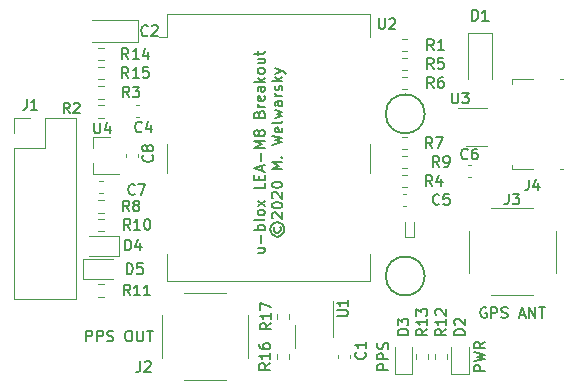
<source format=gto>
G04 #@! TF.GenerationSoftware,KiCad,Pcbnew,5.1.8-5.1.8*
G04 #@! TF.CreationDate,2020-12-15T19:44:39+01:00*
G04 #@! TF.ProjectId,ublox-breakout,75626c6f-782d-4627-9265-616b6f75742e,rev?*
G04 #@! TF.SameCoordinates,PX71f6ce0PY7cfd120*
G04 #@! TF.FileFunction,Legend,Top*
G04 #@! TF.FilePolarity,Positive*
%FSLAX46Y46*%
G04 Gerber Fmt 4.6, Leading zero omitted, Abs format (unit mm)*
G04 Created by KiCad (PCBNEW 5.1.8-5.1.8) date 2020-12-15 19:44:39*
%MOMM*%
%LPD*%
G01*
G04 APERTURE LIST*
%ADD10C,0.150000*%
%ADD11C,0.200000*%
%ADD12C,0.120000*%
%ADD13R,0.600000X0.450000*%
%ADD14R,0.250000X0.360000*%
%ADD15R,0.450000X1.450000*%
%ADD16C,2.250000*%
%ADD17C,2.050000*%
%ADD18R,0.900000X0.800000*%
%ADD19R,1.200000X0.900000*%
%ADD20R,1.900000X1.000000*%
%ADD21R,1.900000X1.800000*%
%ADD22R,1.300000X1.650000*%
%ADD23R,1.550000X1.425000*%
%ADD24R,1.380000X0.450000*%
%ADD25C,0.700000*%
%ADD26C,4.400000*%
%ADD27O,1.700000X1.700000*%
%ADD28R,1.700000X1.700000*%
%ADD29R,1.060000X0.650000*%
G04 APERTURE END LIST*
D10*
X6757142Y4492858D02*
X6757142Y5392858D01*
X7100000Y5392858D01*
X7185714Y5350000D01*
X7228571Y5307143D01*
X7271428Y5221429D01*
X7271428Y5092858D01*
X7228571Y5007143D01*
X7185714Y4964286D01*
X7100000Y4921429D01*
X6757142Y4921429D01*
X7657142Y4492858D02*
X7657142Y5392858D01*
X8000000Y5392858D01*
X8085714Y5350000D01*
X8128571Y5307143D01*
X8171428Y5221429D01*
X8171428Y5092858D01*
X8128571Y5007143D01*
X8085714Y4964286D01*
X8000000Y4921429D01*
X7657142Y4921429D01*
X8514285Y4535715D02*
X8642857Y4492858D01*
X8857142Y4492858D01*
X8942857Y4535715D01*
X8985714Y4578572D01*
X9028571Y4664286D01*
X9028571Y4750000D01*
X8985714Y4835715D01*
X8942857Y4878572D01*
X8857142Y4921429D01*
X8685714Y4964286D01*
X8600000Y5007143D01*
X8557142Y5050000D01*
X8514285Y5135715D01*
X8514285Y5221429D01*
X8557142Y5307143D01*
X8600000Y5350000D01*
X8685714Y5392858D01*
X8900000Y5392858D01*
X9028571Y5350000D01*
X10271428Y5392858D02*
X10442857Y5392858D01*
X10528571Y5350000D01*
X10614285Y5264286D01*
X10657142Y5092858D01*
X10657142Y4792858D01*
X10614285Y4621429D01*
X10528571Y4535715D01*
X10442857Y4492858D01*
X10271428Y4492858D01*
X10185714Y4535715D01*
X10100000Y4621429D01*
X10057142Y4792858D01*
X10057142Y5092858D01*
X10100000Y5264286D01*
X10185714Y5350000D01*
X10271428Y5392858D01*
X11042857Y5392858D02*
X11042857Y4664286D01*
X11085714Y4578572D01*
X11128571Y4535715D01*
X11214285Y4492858D01*
X11385714Y4492858D01*
X11471428Y4535715D01*
X11514285Y4578572D01*
X11557142Y4664286D01*
X11557142Y5392858D01*
X11857142Y5392858D02*
X12371428Y5392858D01*
X12114285Y4492858D02*
X12114285Y5392858D01*
X40614285Y7350000D02*
X40528571Y7392858D01*
X40400000Y7392858D01*
X40271428Y7350000D01*
X40185714Y7264286D01*
X40142857Y7178572D01*
X40100000Y7007143D01*
X40100000Y6878572D01*
X40142857Y6707143D01*
X40185714Y6621429D01*
X40271428Y6535715D01*
X40400000Y6492858D01*
X40485714Y6492858D01*
X40614285Y6535715D01*
X40657142Y6578572D01*
X40657142Y6878572D01*
X40485714Y6878572D01*
X41042857Y6492858D02*
X41042857Y7392858D01*
X41385714Y7392858D01*
X41471428Y7350000D01*
X41514285Y7307143D01*
X41557142Y7221429D01*
X41557142Y7092858D01*
X41514285Y7007143D01*
X41471428Y6964286D01*
X41385714Y6921429D01*
X41042857Y6921429D01*
X41900000Y6535715D02*
X42028571Y6492858D01*
X42242857Y6492858D01*
X42328571Y6535715D01*
X42371428Y6578572D01*
X42414285Y6664286D01*
X42414285Y6750000D01*
X42371428Y6835715D01*
X42328571Y6878572D01*
X42242857Y6921429D01*
X42071428Y6964286D01*
X41985714Y7007143D01*
X41942857Y7050000D01*
X41900000Y7135715D01*
X41900000Y7221429D01*
X41942857Y7307143D01*
X41985714Y7350000D01*
X42071428Y7392858D01*
X42285714Y7392858D01*
X42414285Y7350000D01*
X43442857Y6750000D02*
X43871428Y6750000D01*
X43357142Y6492858D02*
X43657142Y7392858D01*
X43957142Y6492858D01*
X44257142Y6492858D02*
X44257142Y7392858D01*
X44771428Y6492858D01*
X44771428Y7392858D01*
X45071428Y7392858D02*
X45585714Y7392858D01*
X45328571Y6492858D02*
X45328571Y7392858D01*
X40507142Y2000000D02*
X39607142Y2000000D01*
X39607142Y2342858D01*
X39650000Y2428572D01*
X39692857Y2471429D01*
X39778571Y2514286D01*
X39907142Y2514286D01*
X39992857Y2471429D01*
X40035714Y2428572D01*
X40078571Y2342858D01*
X40078571Y2000000D01*
X39607142Y2814286D02*
X40507142Y3028572D01*
X39864285Y3200000D01*
X40507142Y3371429D01*
X39607142Y3585715D01*
X40507142Y4442858D02*
X40078571Y4142858D01*
X40507142Y3928572D02*
X39607142Y3928572D01*
X39607142Y4271429D01*
X39650000Y4357143D01*
X39692857Y4400000D01*
X39778571Y4442858D01*
X39907142Y4442858D01*
X39992857Y4400000D01*
X40035714Y4357143D01*
X40078571Y4271429D01*
X40078571Y3928572D01*
X32307142Y2085715D02*
X31407142Y2085715D01*
X31407142Y2428572D01*
X31450000Y2514286D01*
X31492857Y2557143D01*
X31578571Y2600000D01*
X31707142Y2600000D01*
X31792857Y2557143D01*
X31835714Y2514286D01*
X31878571Y2428572D01*
X31878571Y2085715D01*
X32307142Y2985715D02*
X31407142Y2985715D01*
X31407142Y3328572D01*
X31450000Y3414286D01*
X31492857Y3457143D01*
X31578571Y3500000D01*
X31707142Y3500000D01*
X31792857Y3457143D01*
X31835714Y3414286D01*
X31878571Y3328572D01*
X31878571Y2985715D01*
X32264285Y3842858D02*
X32307142Y3971429D01*
X32307142Y4185715D01*
X32264285Y4271429D01*
X32221428Y4314286D01*
X32135714Y4357143D01*
X32050000Y4357143D01*
X31964285Y4314286D01*
X31921428Y4271429D01*
X31878571Y4185715D01*
X31835714Y4014286D01*
X31792857Y3928572D01*
X31750000Y3885715D01*
X31664285Y3842858D01*
X31578571Y3842858D01*
X31492857Y3885715D01*
X31450000Y3928572D01*
X31407142Y4014286D01*
X31407142Y4228572D01*
X31450000Y4357143D01*
D11*
X35400000Y10025000D02*
G75*
G03*
X35400000Y10025000I-1650000J0D01*
G01*
X35400000Y23750000D02*
G75*
G03*
X35400000Y23750000I-1650000J0D01*
G01*
D10*
X21257142Y12381429D02*
X21857142Y12381429D01*
X21257142Y11995715D02*
X21728571Y11995715D01*
X21814285Y12038572D01*
X21857142Y12124286D01*
X21857142Y12252858D01*
X21814285Y12338572D01*
X21771428Y12381429D01*
X21514285Y12810000D02*
X21514285Y13495715D01*
X21857142Y13924286D02*
X20957142Y13924286D01*
X21300000Y13924286D02*
X21257142Y14010000D01*
X21257142Y14181429D01*
X21300000Y14267143D01*
X21342857Y14310000D01*
X21428571Y14352858D01*
X21685714Y14352858D01*
X21771428Y14310000D01*
X21814285Y14267143D01*
X21857142Y14181429D01*
X21857142Y14010000D01*
X21814285Y13924286D01*
X21857142Y14867143D02*
X21814285Y14781429D01*
X21728571Y14738572D01*
X20957142Y14738572D01*
X21857142Y15338572D02*
X21814285Y15252858D01*
X21771428Y15210000D01*
X21685714Y15167143D01*
X21428571Y15167143D01*
X21342857Y15210000D01*
X21300000Y15252858D01*
X21257142Y15338572D01*
X21257142Y15467143D01*
X21300000Y15552858D01*
X21342857Y15595715D01*
X21428571Y15638572D01*
X21685714Y15638572D01*
X21771428Y15595715D01*
X21814285Y15552858D01*
X21857142Y15467143D01*
X21857142Y15338572D01*
X21857142Y15938572D02*
X21257142Y16410000D01*
X21257142Y15938572D02*
X21857142Y16410000D01*
X21857142Y17867143D02*
X21857142Y17438572D01*
X20957142Y17438572D01*
X21385714Y18167143D02*
X21385714Y18467143D01*
X21857142Y18595715D02*
X21857142Y18167143D01*
X20957142Y18167143D01*
X20957142Y18595715D01*
X21600000Y18938572D02*
X21600000Y19367143D01*
X21857142Y18852858D02*
X20957142Y19152858D01*
X21857142Y19452858D01*
X21514285Y19752858D02*
X21514285Y20438572D01*
X21857142Y20867143D02*
X20957142Y20867143D01*
X21600000Y21167143D01*
X20957142Y21467143D01*
X21857142Y21467143D01*
X21342857Y22024286D02*
X21300000Y21938572D01*
X21257142Y21895715D01*
X21171428Y21852858D01*
X21128571Y21852858D01*
X21042857Y21895715D01*
X21000000Y21938572D01*
X20957142Y22024286D01*
X20957142Y22195715D01*
X21000000Y22281429D01*
X21042857Y22324286D01*
X21128571Y22367143D01*
X21171428Y22367143D01*
X21257142Y22324286D01*
X21300000Y22281429D01*
X21342857Y22195715D01*
X21342857Y22024286D01*
X21385714Y21938572D01*
X21428571Y21895715D01*
X21514285Y21852858D01*
X21685714Y21852858D01*
X21771428Y21895715D01*
X21814285Y21938572D01*
X21857142Y22024286D01*
X21857142Y22195715D01*
X21814285Y22281429D01*
X21771428Y22324286D01*
X21685714Y22367143D01*
X21514285Y22367143D01*
X21428571Y22324286D01*
X21385714Y22281429D01*
X21342857Y22195715D01*
X21385714Y23738572D02*
X21428571Y23867143D01*
X21471428Y23910000D01*
X21557142Y23952858D01*
X21685714Y23952858D01*
X21771428Y23910000D01*
X21814285Y23867143D01*
X21857142Y23781429D01*
X21857142Y23438572D01*
X20957142Y23438572D01*
X20957142Y23738572D01*
X21000000Y23824286D01*
X21042857Y23867143D01*
X21128571Y23910000D01*
X21214285Y23910000D01*
X21300000Y23867143D01*
X21342857Y23824286D01*
X21385714Y23738572D01*
X21385714Y23438572D01*
X21857142Y24338572D02*
X21257142Y24338572D01*
X21428571Y24338572D02*
X21342857Y24381429D01*
X21300000Y24424286D01*
X21257142Y24510000D01*
X21257142Y24595715D01*
X21814285Y25238572D02*
X21857142Y25152858D01*
X21857142Y24981429D01*
X21814285Y24895715D01*
X21728571Y24852858D01*
X21385714Y24852858D01*
X21300000Y24895715D01*
X21257142Y24981429D01*
X21257142Y25152858D01*
X21300000Y25238572D01*
X21385714Y25281429D01*
X21471428Y25281429D01*
X21557142Y24852858D01*
X21857142Y26052858D02*
X21385714Y26052858D01*
X21300000Y26010000D01*
X21257142Y25924286D01*
X21257142Y25752858D01*
X21300000Y25667143D01*
X21814285Y26052858D02*
X21857142Y25967143D01*
X21857142Y25752858D01*
X21814285Y25667143D01*
X21728571Y25624286D01*
X21642857Y25624286D01*
X21557142Y25667143D01*
X21514285Y25752858D01*
X21514285Y25967143D01*
X21471428Y26052858D01*
X21857142Y26481429D02*
X20957142Y26481429D01*
X21514285Y26567143D02*
X21857142Y26824286D01*
X21257142Y26824286D02*
X21600000Y26481429D01*
X21857142Y27338572D02*
X21814285Y27252858D01*
X21771428Y27210000D01*
X21685714Y27167143D01*
X21428571Y27167143D01*
X21342857Y27210000D01*
X21300000Y27252858D01*
X21257142Y27338572D01*
X21257142Y27467143D01*
X21300000Y27552858D01*
X21342857Y27595715D01*
X21428571Y27638572D01*
X21685714Y27638572D01*
X21771428Y27595715D01*
X21814285Y27552858D01*
X21857142Y27467143D01*
X21857142Y27338572D01*
X21257142Y28410000D02*
X21857142Y28410000D01*
X21257142Y28024286D02*
X21728571Y28024286D01*
X21814285Y28067143D01*
X21857142Y28152858D01*
X21857142Y28281429D01*
X21814285Y28367143D01*
X21771428Y28410000D01*
X21257142Y28710000D02*
X21257142Y29052858D01*
X20957142Y28838572D02*
X21728571Y28838572D01*
X21814285Y28881429D01*
X21857142Y28967143D01*
X21857142Y29052858D01*
X22671428Y14138572D02*
X22628571Y14052858D01*
X22628571Y13881429D01*
X22671428Y13795715D01*
X22757142Y13710000D01*
X22842857Y13667143D01*
X23014285Y13667143D01*
X23100000Y13710000D01*
X23185714Y13795715D01*
X23228571Y13881429D01*
X23228571Y14052858D01*
X23185714Y14138572D01*
X22328571Y13967143D02*
X22371428Y13752858D01*
X22500000Y13538572D01*
X22714285Y13410000D01*
X22928571Y13367143D01*
X23142857Y13410000D01*
X23357142Y13538572D01*
X23485714Y13752858D01*
X23528571Y13967143D01*
X23485714Y14181429D01*
X23357142Y14395715D01*
X23142857Y14524286D01*
X22928571Y14567143D01*
X22714285Y14524286D01*
X22500000Y14395715D01*
X22371428Y14181429D01*
X22328571Y13967143D01*
X22542857Y14910000D02*
X22500000Y14952858D01*
X22457142Y15038572D01*
X22457142Y15252858D01*
X22500000Y15338572D01*
X22542857Y15381429D01*
X22628571Y15424286D01*
X22714285Y15424286D01*
X22842857Y15381429D01*
X23357142Y14867143D01*
X23357142Y15424286D01*
X22457142Y15981429D02*
X22457142Y16067143D01*
X22500000Y16152858D01*
X22542857Y16195715D01*
X22628571Y16238572D01*
X22800000Y16281429D01*
X23014285Y16281429D01*
X23185714Y16238572D01*
X23271428Y16195715D01*
X23314285Y16152858D01*
X23357142Y16067143D01*
X23357142Y15981429D01*
X23314285Y15895715D01*
X23271428Y15852858D01*
X23185714Y15810000D01*
X23014285Y15767143D01*
X22800000Y15767143D01*
X22628571Y15810000D01*
X22542857Y15852858D01*
X22500000Y15895715D01*
X22457142Y15981429D01*
X22542857Y16624286D02*
X22500000Y16667143D01*
X22457142Y16752858D01*
X22457142Y16967143D01*
X22500000Y17052858D01*
X22542857Y17095715D01*
X22628571Y17138572D01*
X22714285Y17138572D01*
X22842857Y17095715D01*
X23357142Y16581429D01*
X23357142Y17138572D01*
X22457142Y17695715D02*
X22457142Y17781429D01*
X22500000Y17867143D01*
X22542857Y17910000D01*
X22628571Y17952858D01*
X22800000Y17995715D01*
X23014285Y17995715D01*
X23185714Y17952858D01*
X23271428Y17910000D01*
X23314285Y17867143D01*
X23357142Y17781429D01*
X23357142Y17695715D01*
X23314285Y17610000D01*
X23271428Y17567143D01*
X23185714Y17524286D01*
X23014285Y17481429D01*
X22800000Y17481429D01*
X22628571Y17524286D01*
X22542857Y17567143D01*
X22500000Y17610000D01*
X22457142Y17695715D01*
X23357142Y19067143D02*
X22457142Y19067143D01*
X23100000Y19367143D01*
X22457142Y19667143D01*
X23357142Y19667143D01*
X23271428Y20095715D02*
X23314285Y20138572D01*
X23357142Y20095715D01*
X23314285Y20052858D01*
X23271428Y20095715D01*
X23357142Y20095715D01*
X22457142Y21124286D02*
X23357142Y21338572D01*
X22714285Y21510000D01*
X23357142Y21681429D01*
X22457142Y21895715D01*
X23314285Y22581429D02*
X23357142Y22495715D01*
X23357142Y22324286D01*
X23314285Y22238572D01*
X23228571Y22195715D01*
X22885714Y22195715D01*
X22800000Y22238572D01*
X22757142Y22324286D01*
X22757142Y22495715D01*
X22800000Y22581429D01*
X22885714Y22624286D01*
X22971428Y22624286D01*
X23057142Y22195715D01*
X23357142Y23138572D02*
X23314285Y23052858D01*
X23228571Y23010000D01*
X22457142Y23010000D01*
X22757142Y23395715D02*
X23357142Y23567143D01*
X22928571Y23738572D01*
X23357142Y23910000D01*
X22757142Y24081429D01*
X23357142Y24810000D02*
X22885714Y24810000D01*
X22800000Y24767143D01*
X22757142Y24681429D01*
X22757142Y24510000D01*
X22800000Y24424286D01*
X23314285Y24810000D02*
X23357142Y24724286D01*
X23357142Y24510000D01*
X23314285Y24424286D01*
X23228571Y24381429D01*
X23142857Y24381429D01*
X23057142Y24424286D01*
X23014285Y24510000D01*
X23014285Y24724286D01*
X22971428Y24810000D01*
X23357142Y25238572D02*
X22757142Y25238572D01*
X22928571Y25238572D02*
X22842857Y25281429D01*
X22800000Y25324286D01*
X22757142Y25410000D01*
X22757142Y25495715D01*
X23314285Y25752858D02*
X23357142Y25838572D01*
X23357142Y26010000D01*
X23314285Y26095715D01*
X23228571Y26138572D01*
X23185714Y26138572D01*
X23100000Y26095715D01*
X23057142Y26010000D01*
X23057142Y25881429D01*
X23014285Y25795715D01*
X22928571Y25752858D01*
X22885714Y25752858D01*
X22800000Y25795715D01*
X22757142Y25881429D01*
X22757142Y26010000D01*
X22800000Y26095715D01*
X23357142Y26524286D02*
X22457142Y26524286D01*
X23014285Y26610000D02*
X23357142Y26867143D01*
X22757142Y26867143D02*
X23100000Y26524286D01*
X22757142Y27167143D02*
X23357142Y27381429D01*
X22757142Y27595715D02*
X23357142Y27381429D01*
X23571428Y27295715D01*
X23614285Y27252858D01*
X23657142Y27167143D01*
D12*
X7200000Y29815000D02*
X11110000Y29815000D01*
X11110000Y29815000D02*
X11110000Y31685000D01*
X11110000Y31685000D02*
X7200000Y31685000D01*
X6500000Y11450000D02*
X9050000Y11450000D01*
X6500000Y9750000D02*
X9050000Y9750000D01*
X6500000Y11450000D02*
X6500000Y9750000D01*
X33700000Y13300000D02*
X34500000Y13300000D01*
X33700000Y14600000D02*
X33700000Y13300000D01*
X34500000Y14600000D02*
X34500000Y13300000D01*
X28090000Y3340580D02*
X28090000Y3059420D01*
X29110000Y3340580D02*
X29110000Y3059420D01*
X27620000Y4900000D02*
X27620000Y7900000D01*
X24380000Y3900000D02*
X24380000Y5900000D01*
X23922500Y6362742D02*
X23922500Y6837258D01*
X22877500Y6362742D02*
X22877500Y6837258D01*
X22877500Y3437258D02*
X22877500Y2962742D01*
X23922500Y3437258D02*
X23922500Y2962742D01*
X18600000Y1220000D02*
X15000000Y1220000D01*
X18600000Y8580000D02*
X15000000Y8580000D01*
X13120000Y3100000D02*
X13120000Y6700000D01*
X20480000Y3100000D02*
X20480000Y6700000D01*
X8237258Y29322500D02*
X7762742Y29322500D01*
X8237258Y28277500D02*
X7762742Y28277500D01*
X9500000Y11750000D02*
X6950000Y11750000D01*
X9500000Y13450000D02*
X6950000Y13450000D01*
X9500000Y11750000D02*
X9500000Y13450000D01*
X8237258Y27722500D02*
X7762742Y27722500D01*
X8237258Y26677500D02*
X7762742Y26677500D01*
X33937258Y20182500D02*
X33462742Y20182500D01*
X33937258Y19137500D02*
X33462742Y19137500D01*
X33462742Y20737500D02*
X33937258Y20737500D01*
X33462742Y21782500D02*
X33937258Y21782500D01*
X33462742Y17537500D02*
X33937258Y17537500D01*
X33462742Y18582500D02*
X33937258Y18582500D01*
X33559420Y15950000D02*
X33840580Y15950000D01*
X33559420Y16970000D02*
X33840580Y16970000D01*
X7340000Y21780000D02*
X8800000Y21780000D01*
X7340000Y18620000D02*
X9500000Y18620000D01*
X7340000Y18620000D02*
X7340000Y19550000D01*
X7340000Y21780000D02*
X7340000Y20850000D01*
X10090000Y20340580D02*
X10090000Y20059420D01*
X11110000Y20340580D02*
X11110000Y20059420D01*
X7859420Y17090000D02*
X8140580Y17090000D01*
X7859420Y18110000D02*
X8140580Y18110000D01*
X34335000Y1715000D02*
X34335000Y4000000D01*
X32865000Y1715000D02*
X34335000Y1715000D01*
X32865000Y4000000D02*
X32865000Y1715000D01*
X39135000Y1715000D02*
X39135000Y4000000D01*
X37665000Y1715000D02*
X39135000Y1715000D01*
X37665000Y4000000D02*
X37665000Y1715000D01*
X41100000Y30610000D02*
X41100000Y26710000D01*
X39100000Y30610000D02*
X39100000Y26710000D01*
X41100000Y30610000D02*
X39100000Y30610000D01*
X39340580Y19410000D02*
X39059420Y19410000D01*
X39340580Y18390000D02*
X39059420Y18390000D01*
X47100000Y19050000D02*
X46840000Y19050000D01*
X44560000Y19050000D02*
X42790000Y19050000D01*
X42790000Y19050000D02*
X42790000Y19430000D01*
X42790000Y26670000D02*
X44560000Y26670000D01*
X46840000Y26670000D02*
X47100000Y26670000D01*
X42790000Y26670000D02*
X42790000Y26290000D01*
X35722500Y2962742D02*
X35722500Y3437258D01*
X34677500Y2962742D02*
X34677500Y3437258D01*
X37322500Y2962742D02*
X37322500Y3437258D01*
X36277500Y2962742D02*
X36277500Y3437258D01*
X7762742Y8277500D02*
X8237258Y8277500D01*
X7762742Y9322500D02*
X8237258Y9322500D01*
X7762742Y13837500D02*
X8237258Y13837500D01*
X7762742Y14882500D02*
X8237258Y14882500D01*
X7762742Y15377500D02*
X8237258Y15377500D01*
X7762742Y16422500D02*
X8237258Y16422500D01*
X670000Y23430000D02*
X2000000Y23430000D01*
X670000Y22100000D02*
X670000Y23430000D01*
X3270000Y23430000D02*
X5870000Y23430000D01*
X3270000Y20830000D02*
X3270000Y23430000D01*
X670000Y20830000D02*
X3270000Y20830000D01*
X5870000Y23430000D02*
X5870000Y8070000D01*
X670000Y20830000D02*
X670000Y8070000D01*
X670000Y8070000D02*
X5870000Y8070000D01*
X33937258Y26882500D02*
X33462742Y26882500D01*
X33937258Y25837500D02*
X33462742Y25837500D01*
X33937258Y28482500D02*
X33462742Y28482500D01*
X33937258Y27437500D02*
X33462742Y27437500D01*
X7762742Y25037500D02*
X8237258Y25037500D01*
X7762742Y26082500D02*
X8237258Y26082500D01*
X7762742Y23437500D02*
X8237258Y23437500D01*
X7762742Y24482500D02*
X8237258Y24482500D01*
X33462742Y29037500D02*
X33937258Y29037500D01*
X33462742Y30082500D02*
X33937258Y30082500D01*
X11240580Y24510000D02*
X10959420Y24510000D01*
X11240580Y23490000D02*
X10959420Y23490000D01*
X12900000Y30220000D02*
X13590000Y30220000D01*
X13590000Y32220000D02*
X13590000Y30220000D01*
X13590000Y21200000D02*
X13590000Y18720000D01*
X30810000Y11900000D02*
X30810000Y9600000D01*
X13590000Y9600000D02*
X30810000Y9600000D01*
X13590000Y11900000D02*
X13590000Y9600000D01*
X30810000Y21200000D02*
X30810000Y18720000D01*
X13590000Y32220000D02*
X30810000Y32220000D01*
X30810000Y32220000D02*
X30810000Y30220000D01*
X41000000Y15740000D02*
X44600000Y15740000D01*
X41000000Y8380000D02*
X44600000Y8380000D01*
X46480000Y13860000D02*
X46480000Y10260000D01*
X39120000Y13860000D02*
X39120000Y10260000D01*
X40700000Y24270000D02*
X38250000Y24270000D01*
X38900000Y21050000D02*
X40700000Y21050000D01*
D10*
X11950000Y30428572D02*
X11907142Y30385715D01*
X11778571Y30342858D01*
X11692857Y30342858D01*
X11564285Y30385715D01*
X11478571Y30471429D01*
X11435714Y30557143D01*
X11392857Y30728572D01*
X11392857Y30857143D01*
X11435714Y31028572D01*
X11478571Y31114286D01*
X11564285Y31200000D01*
X11692857Y31242858D01*
X11778571Y31242858D01*
X11907142Y31200000D01*
X11950000Y31157143D01*
X12292857Y31157143D02*
X12335714Y31200000D01*
X12421428Y31242858D01*
X12635714Y31242858D01*
X12721428Y31200000D01*
X12764285Y31157143D01*
X12807142Y31071429D01*
X12807142Y30985715D01*
X12764285Y30857143D01*
X12250000Y30342858D01*
X12807142Y30342858D01*
X10185714Y10192858D02*
X10185714Y11092858D01*
X10400000Y11092858D01*
X10528571Y11050000D01*
X10614285Y10964286D01*
X10657142Y10878572D01*
X10700000Y10707143D01*
X10700000Y10578572D01*
X10657142Y10407143D01*
X10614285Y10321429D01*
X10528571Y10235715D01*
X10400000Y10192858D01*
X10185714Y10192858D01*
X11514285Y11092858D02*
X11085714Y11092858D01*
X11042857Y10664286D01*
X11085714Y10707143D01*
X11171428Y10750000D01*
X11385714Y10750000D01*
X11471428Y10707143D01*
X11514285Y10664286D01*
X11557142Y10578572D01*
X11557142Y10364286D01*
X11514285Y10278572D01*
X11471428Y10235715D01*
X11385714Y10192858D01*
X11171428Y10192858D01*
X11085714Y10235715D01*
X11042857Y10278572D01*
X30321428Y3550000D02*
X30364285Y3507143D01*
X30407142Y3378572D01*
X30407142Y3292858D01*
X30364285Y3164286D01*
X30278571Y3078572D01*
X30192857Y3035715D01*
X30021428Y2992858D01*
X29892857Y2992858D01*
X29721428Y3035715D01*
X29635714Y3078572D01*
X29550000Y3164286D01*
X29507142Y3292858D01*
X29507142Y3378572D01*
X29550000Y3507143D01*
X29592857Y3550000D01*
X30407142Y4407143D02*
X30407142Y3892858D01*
X30407142Y4150000D02*
X29507142Y4150000D01*
X29635714Y4064286D01*
X29721428Y3978572D01*
X29764285Y3892858D01*
X28007142Y6614286D02*
X28735714Y6614286D01*
X28821428Y6657143D01*
X28864285Y6700000D01*
X28907142Y6785715D01*
X28907142Y6957143D01*
X28864285Y7042858D01*
X28821428Y7085715D01*
X28735714Y7128572D01*
X28007142Y7128572D01*
X28907142Y8028572D02*
X28907142Y7514286D01*
X28907142Y7771429D02*
X28007142Y7771429D01*
X28135714Y7685715D01*
X28221428Y7600000D01*
X28264285Y7514286D01*
X22377142Y6021429D02*
X21948571Y5721429D01*
X22377142Y5507143D02*
X21477142Y5507143D01*
X21477142Y5850000D01*
X21520000Y5935715D01*
X21562857Y5978572D01*
X21648571Y6021429D01*
X21777142Y6021429D01*
X21862857Y5978572D01*
X21905714Y5935715D01*
X21948571Y5850000D01*
X21948571Y5507143D01*
X22377142Y6878572D02*
X22377142Y6364286D01*
X22377142Y6621429D02*
X21477142Y6621429D01*
X21605714Y6535715D01*
X21691428Y6450000D01*
X21734285Y6364286D01*
X21477142Y7178572D02*
X21477142Y7778572D01*
X22377142Y7392858D01*
X22307142Y2621429D02*
X21878571Y2321429D01*
X22307142Y2107143D02*
X21407142Y2107143D01*
X21407142Y2450000D01*
X21450000Y2535715D01*
X21492857Y2578572D01*
X21578571Y2621429D01*
X21707142Y2621429D01*
X21792857Y2578572D01*
X21835714Y2535715D01*
X21878571Y2450000D01*
X21878571Y2107143D01*
X22307142Y3478572D02*
X22307142Y2964286D01*
X22307142Y3221429D02*
X21407142Y3221429D01*
X21535714Y3135715D01*
X21621428Y3050000D01*
X21664285Y2964286D01*
X21407142Y4250000D02*
X21407142Y4078572D01*
X21450000Y3992858D01*
X21492857Y3950000D01*
X21621428Y3864286D01*
X21792857Y3821429D01*
X22135714Y3821429D01*
X22221428Y3864286D01*
X22264285Y3907143D01*
X22307142Y3992858D01*
X22307142Y4164286D01*
X22264285Y4250000D01*
X22221428Y4292858D01*
X22135714Y4335715D01*
X21921428Y4335715D01*
X21835714Y4292858D01*
X21792857Y4250000D01*
X21750000Y4164286D01*
X21750000Y3992858D01*
X21792857Y3907143D01*
X21835714Y3864286D01*
X21921428Y3821429D01*
X11300000Y2792858D02*
X11300000Y2150000D01*
X11257142Y2021429D01*
X11171428Y1935715D01*
X11042857Y1892858D01*
X10957142Y1892858D01*
X11685714Y2707143D02*
X11728571Y2750000D01*
X11814285Y2792858D01*
X12028571Y2792858D01*
X12114285Y2750000D01*
X12157142Y2707143D01*
X12200000Y2621429D01*
X12200000Y2535715D01*
X12157142Y2407143D01*
X11642857Y1892858D01*
X12200000Y1892858D01*
X10321428Y28392858D02*
X10021428Y28821429D01*
X9807142Y28392858D02*
X9807142Y29292858D01*
X10150000Y29292858D01*
X10235714Y29250000D01*
X10278571Y29207143D01*
X10321428Y29121429D01*
X10321428Y28992858D01*
X10278571Y28907143D01*
X10235714Y28864286D01*
X10150000Y28821429D01*
X9807142Y28821429D01*
X11178571Y28392858D02*
X10664285Y28392858D01*
X10921428Y28392858D02*
X10921428Y29292858D01*
X10835714Y29164286D01*
X10750000Y29078572D01*
X10664285Y29035715D01*
X11950000Y28992858D02*
X11950000Y28392858D01*
X11735714Y29335715D02*
X11521428Y28692858D01*
X12078571Y28692858D01*
X10035714Y12192858D02*
X10035714Y13092858D01*
X10250000Y13092858D01*
X10378571Y13050000D01*
X10464285Y12964286D01*
X10507142Y12878572D01*
X10550000Y12707143D01*
X10550000Y12578572D01*
X10507142Y12407143D01*
X10464285Y12321429D01*
X10378571Y12235715D01*
X10250000Y12192858D01*
X10035714Y12192858D01*
X11321428Y12792858D02*
X11321428Y12192858D01*
X11107142Y13135715D02*
X10892857Y12492858D01*
X11450000Y12492858D01*
X10321428Y26792858D02*
X10021428Y27221429D01*
X9807142Y26792858D02*
X9807142Y27692858D01*
X10150000Y27692858D01*
X10235714Y27650000D01*
X10278571Y27607143D01*
X10321428Y27521429D01*
X10321428Y27392858D01*
X10278571Y27307143D01*
X10235714Y27264286D01*
X10150000Y27221429D01*
X9807142Y27221429D01*
X11178571Y26792858D02*
X10664285Y26792858D01*
X10921428Y26792858D02*
X10921428Y27692858D01*
X10835714Y27564286D01*
X10750000Y27478572D01*
X10664285Y27435715D01*
X11992857Y27692858D02*
X11564285Y27692858D01*
X11521428Y27264286D01*
X11564285Y27307143D01*
X11650000Y27350000D01*
X11864285Y27350000D01*
X11950000Y27307143D01*
X11992857Y27264286D01*
X12035714Y27178572D01*
X12035714Y26964286D01*
X11992857Y26878572D01*
X11950000Y26835715D01*
X11864285Y26792858D01*
X11650000Y26792858D01*
X11564285Y26835715D01*
X11521428Y26878572D01*
X36650000Y19252858D02*
X36350000Y19681429D01*
X36135714Y19252858D02*
X36135714Y20152858D01*
X36478571Y20152858D01*
X36564285Y20110000D01*
X36607142Y20067143D01*
X36650000Y19981429D01*
X36650000Y19852858D01*
X36607142Y19767143D01*
X36564285Y19724286D01*
X36478571Y19681429D01*
X36135714Y19681429D01*
X37078571Y19252858D02*
X37250000Y19252858D01*
X37335714Y19295715D01*
X37378571Y19338572D01*
X37464285Y19467143D01*
X37507142Y19638572D01*
X37507142Y19981429D01*
X37464285Y20067143D01*
X37421428Y20110000D01*
X37335714Y20152858D01*
X37164285Y20152858D01*
X37078571Y20110000D01*
X37035714Y20067143D01*
X36992857Y19981429D01*
X36992857Y19767143D01*
X37035714Y19681429D01*
X37078571Y19638572D01*
X37164285Y19595715D01*
X37335714Y19595715D01*
X37421428Y19638572D01*
X37464285Y19681429D01*
X37507142Y19767143D01*
X36050000Y20852858D02*
X35750000Y21281429D01*
X35535714Y20852858D02*
X35535714Y21752858D01*
X35878571Y21752858D01*
X35964285Y21710000D01*
X36007142Y21667143D01*
X36050000Y21581429D01*
X36050000Y21452858D01*
X36007142Y21367143D01*
X35964285Y21324286D01*
X35878571Y21281429D01*
X35535714Y21281429D01*
X36350000Y21752858D02*
X36950000Y21752858D01*
X36564285Y20852858D01*
X36050000Y17652858D02*
X35750000Y18081429D01*
X35535714Y17652858D02*
X35535714Y18552858D01*
X35878571Y18552858D01*
X35964285Y18510000D01*
X36007142Y18467143D01*
X36050000Y18381429D01*
X36050000Y18252858D01*
X36007142Y18167143D01*
X35964285Y18124286D01*
X35878571Y18081429D01*
X35535714Y18081429D01*
X36821428Y18252858D02*
X36821428Y17652858D01*
X36607142Y18595715D02*
X36392857Y17952858D01*
X36950000Y17952858D01*
X36650000Y16138572D02*
X36607142Y16095715D01*
X36478571Y16052858D01*
X36392857Y16052858D01*
X36264285Y16095715D01*
X36178571Y16181429D01*
X36135714Y16267143D01*
X36092857Y16438572D01*
X36092857Y16567143D01*
X36135714Y16738572D01*
X36178571Y16824286D01*
X36264285Y16910000D01*
X36392857Y16952858D01*
X36478571Y16952858D01*
X36607142Y16910000D01*
X36650000Y16867143D01*
X37464285Y16952858D02*
X37035714Y16952858D01*
X36992857Y16524286D01*
X37035714Y16567143D01*
X37121428Y16610000D01*
X37335714Y16610000D01*
X37421428Y16567143D01*
X37464285Y16524286D01*
X37507142Y16438572D01*
X37507142Y16224286D01*
X37464285Y16138572D01*
X37421428Y16095715D01*
X37335714Y16052858D01*
X37121428Y16052858D01*
X37035714Y16095715D01*
X36992857Y16138572D01*
X7414285Y22992858D02*
X7414285Y22264286D01*
X7457142Y22178572D01*
X7500000Y22135715D01*
X7585714Y22092858D01*
X7757142Y22092858D01*
X7842857Y22135715D01*
X7885714Y22178572D01*
X7928571Y22264286D01*
X7928571Y22992858D01*
X8742857Y22692858D02*
X8742857Y22092858D01*
X8528571Y23035715D02*
X8314285Y22392858D01*
X8871428Y22392858D01*
X12321428Y20250000D02*
X12364285Y20207143D01*
X12407142Y20078572D01*
X12407142Y19992858D01*
X12364285Y19864286D01*
X12278571Y19778572D01*
X12192857Y19735715D01*
X12021428Y19692858D01*
X11892857Y19692858D01*
X11721428Y19735715D01*
X11635714Y19778572D01*
X11550000Y19864286D01*
X11507142Y19992858D01*
X11507142Y20078572D01*
X11550000Y20207143D01*
X11592857Y20250000D01*
X11892857Y20764286D02*
X11850000Y20678572D01*
X11807142Y20635715D01*
X11721428Y20592858D01*
X11678571Y20592858D01*
X11592857Y20635715D01*
X11550000Y20678572D01*
X11507142Y20764286D01*
X11507142Y20935715D01*
X11550000Y21021429D01*
X11592857Y21064286D01*
X11678571Y21107143D01*
X11721428Y21107143D01*
X11807142Y21064286D01*
X11850000Y21021429D01*
X11892857Y20935715D01*
X11892857Y20764286D01*
X11935714Y20678572D01*
X11978571Y20635715D01*
X12064285Y20592858D01*
X12235714Y20592858D01*
X12321428Y20635715D01*
X12364285Y20678572D01*
X12407142Y20764286D01*
X12407142Y20935715D01*
X12364285Y21021429D01*
X12321428Y21064286D01*
X12235714Y21107143D01*
X12064285Y21107143D01*
X11978571Y21064286D01*
X11935714Y21021429D01*
X11892857Y20935715D01*
X10850000Y16978572D02*
X10807142Y16935715D01*
X10678571Y16892858D01*
X10592857Y16892858D01*
X10464285Y16935715D01*
X10378571Y17021429D01*
X10335714Y17107143D01*
X10292857Y17278572D01*
X10292857Y17407143D01*
X10335714Y17578572D01*
X10378571Y17664286D01*
X10464285Y17750000D01*
X10592857Y17792858D01*
X10678571Y17792858D01*
X10807142Y17750000D01*
X10850000Y17707143D01*
X11150000Y17792858D02*
X11750000Y17792858D01*
X11364285Y16892858D01*
X34007142Y5035715D02*
X33107142Y5035715D01*
X33107142Y5250000D01*
X33150000Y5378572D01*
X33235714Y5464286D01*
X33321428Y5507143D01*
X33492857Y5550000D01*
X33621428Y5550000D01*
X33792857Y5507143D01*
X33878571Y5464286D01*
X33964285Y5378572D01*
X34007142Y5250000D01*
X34007142Y5035715D01*
X33107142Y5850000D02*
X33107142Y6407143D01*
X33450000Y6107143D01*
X33450000Y6235715D01*
X33492857Y6321429D01*
X33535714Y6364286D01*
X33621428Y6407143D01*
X33835714Y6407143D01*
X33921428Y6364286D01*
X33964285Y6321429D01*
X34007142Y6235715D01*
X34007142Y5978572D01*
X33964285Y5892858D01*
X33921428Y5850000D01*
X38807142Y5035715D02*
X37907142Y5035715D01*
X37907142Y5250000D01*
X37950000Y5378572D01*
X38035714Y5464286D01*
X38121428Y5507143D01*
X38292857Y5550000D01*
X38421428Y5550000D01*
X38592857Y5507143D01*
X38678571Y5464286D01*
X38764285Y5378572D01*
X38807142Y5250000D01*
X38807142Y5035715D01*
X37992857Y5892858D02*
X37950000Y5935715D01*
X37907142Y6021429D01*
X37907142Y6235715D01*
X37950000Y6321429D01*
X37992857Y6364286D01*
X38078571Y6407143D01*
X38164285Y6407143D01*
X38292857Y6364286D01*
X38807142Y5850000D01*
X38807142Y6407143D01*
X39435714Y31652858D02*
X39435714Y32552858D01*
X39650000Y32552858D01*
X39778571Y32510000D01*
X39864285Y32424286D01*
X39907142Y32338572D01*
X39950000Y32167143D01*
X39950000Y32038572D01*
X39907142Y31867143D01*
X39864285Y31781429D01*
X39778571Y31695715D01*
X39650000Y31652858D01*
X39435714Y31652858D01*
X40807142Y31652858D02*
X40292857Y31652858D01*
X40550000Y31652858D02*
X40550000Y32552858D01*
X40464285Y32424286D01*
X40378571Y32338572D01*
X40292857Y32295715D01*
X39050000Y19978572D02*
X39007142Y19935715D01*
X38878571Y19892858D01*
X38792857Y19892858D01*
X38664285Y19935715D01*
X38578571Y20021429D01*
X38535714Y20107143D01*
X38492857Y20278572D01*
X38492857Y20407143D01*
X38535714Y20578572D01*
X38578571Y20664286D01*
X38664285Y20750000D01*
X38792857Y20792858D01*
X38878571Y20792858D01*
X39007142Y20750000D01*
X39050000Y20707143D01*
X39821428Y20792858D02*
X39650000Y20792858D01*
X39564285Y20750000D01*
X39521428Y20707143D01*
X39435714Y20578572D01*
X39392857Y20407143D01*
X39392857Y20064286D01*
X39435714Y19978572D01*
X39478571Y19935715D01*
X39564285Y19892858D01*
X39735714Y19892858D01*
X39821428Y19935715D01*
X39864285Y19978572D01*
X39907142Y20064286D01*
X39907142Y20278572D01*
X39864285Y20364286D01*
X39821428Y20407143D01*
X39735714Y20450000D01*
X39564285Y20450000D01*
X39478571Y20407143D01*
X39435714Y20364286D01*
X39392857Y20278572D01*
X44200000Y18192858D02*
X44200000Y17550000D01*
X44157142Y17421429D01*
X44071428Y17335715D01*
X43942857Y17292858D01*
X43857142Y17292858D01*
X45014285Y17892858D02*
X45014285Y17292858D01*
X44800000Y18235715D02*
X44585714Y17592858D01*
X45142857Y17592858D01*
X35607142Y5521429D02*
X35178571Y5221429D01*
X35607142Y5007143D02*
X34707142Y5007143D01*
X34707142Y5350000D01*
X34750000Y5435715D01*
X34792857Y5478572D01*
X34878571Y5521429D01*
X35007142Y5521429D01*
X35092857Y5478572D01*
X35135714Y5435715D01*
X35178571Y5350000D01*
X35178571Y5007143D01*
X35607142Y6378572D02*
X35607142Y5864286D01*
X35607142Y6121429D02*
X34707142Y6121429D01*
X34835714Y6035715D01*
X34921428Y5950000D01*
X34964285Y5864286D01*
X34707142Y6678572D02*
X34707142Y7235715D01*
X35050000Y6935715D01*
X35050000Y7064286D01*
X35092857Y7150000D01*
X35135714Y7192858D01*
X35221428Y7235715D01*
X35435714Y7235715D01*
X35521428Y7192858D01*
X35564285Y7150000D01*
X35607142Y7064286D01*
X35607142Y6807143D01*
X35564285Y6721429D01*
X35521428Y6678572D01*
X37207142Y5521429D02*
X36778571Y5221429D01*
X37207142Y5007143D02*
X36307142Y5007143D01*
X36307142Y5350000D01*
X36350000Y5435715D01*
X36392857Y5478572D01*
X36478571Y5521429D01*
X36607142Y5521429D01*
X36692857Y5478572D01*
X36735714Y5435715D01*
X36778571Y5350000D01*
X36778571Y5007143D01*
X37207142Y6378572D02*
X37207142Y5864286D01*
X37207142Y6121429D02*
X36307142Y6121429D01*
X36435714Y6035715D01*
X36521428Y5950000D01*
X36564285Y5864286D01*
X36392857Y6721429D02*
X36350000Y6764286D01*
X36307142Y6850000D01*
X36307142Y7064286D01*
X36350000Y7150000D01*
X36392857Y7192858D01*
X36478571Y7235715D01*
X36564285Y7235715D01*
X36692857Y7192858D01*
X37207142Y6678572D01*
X37207142Y7235715D01*
X10469428Y8392858D02*
X10169428Y8821429D01*
X9955142Y8392858D02*
X9955142Y9292858D01*
X10298000Y9292858D01*
X10383714Y9250000D01*
X10426571Y9207143D01*
X10469428Y9121429D01*
X10469428Y8992858D01*
X10426571Y8907143D01*
X10383714Y8864286D01*
X10298000Y8821429D01*
X9955142Y8821429D01*
X11326571Y8392858D02*
X10812285Y8392858D01*
X11069428Y8392858D02*
X11069428Y9292858D01*
X10983714Y9164286D01*
X10898000Y9078572D01*
X10812285Y9035715D01*
X12183714Y8392858D02*
X11669428Y8392858D01*
X11926571Y8392858D02*
X11926571Y9292858D01*
X11840857Y9164286D01*
X11755142Y9078572D01*
X11669428Y9035715D01*
X10469428Y13952858D02*
X10169428Y14381429D01*
X9955142Y13952858D02*
X9955142Y14852858D01*
X10298000Y14852858D01*
X10383714Y14810000D01*
X10426571Y14767143D01*
X10469428Y14681429D01*
X10469428Y14552858D01*
X10426571Y14467143D01*
X10383714Y14424286D01*
X10298000Y14381429D01*
X9955142Y14381429D01*
X11326571Y13952858D02*
X10812285Y13952858D01*
X11069428Y13952858D02*
X11069428Y14852858D01*
X10983714Y14724286D01*
X10898000Y14638572D01*
X10812285Y14595715D01*
X11883714Y14852858D02*
X11969428Y14852858D01*
X12055142Y14810000D01*
X12098000Y14767143D01*
X12140857Y14681429D01*
X12183714Y14510000D01*
X12183714Y14295715D01*
X12140857Y14124286D01*
X12098000Y14038572D01*
X12055142Y13995715D01*
X11969428Y13952858D01*
X11883714Y13952858D01*
X11798000Y13995715D01*
X11755142Y14038572D01*
X11712285Y14124286D01*
X11669428Y14295715D01*
X11669428Y14510000D01*
X11712285Y14681429D01*
X11755142Y14767143D01*
X11798000Y14810000D01*
X11883714Y14852858D01*
X10390000Y15492858D02*
X10090000Y15921429D01*
X9875714Y15492858D02*
X9875714Y16392858D01*
X10218571Y16392858D01*
X10304285Y16350000D01*
X10347142Y16307143D01*
X10390000Y16221429D01*
X10390000Y16092858D01*
X10347142Y16007143D01*
X10304285Y15964286D01*
X10218571Y15921429D01*
X9875714Y15921429D01*
X10904285Y16007143D02*
X10818571Y16050000D01*
X10775714Y16092858D01*
X10732857Y16178572D01*
X10732857Y16221429D01*
X10775714Y16307143D01*
X10818571Y16350000D01*
X10904285Y16392858D01*
X11075714Y16392858D01*
X11161428Y16350000D01*
X11204285Y16307143D01*
X11247142Y16221429D01*
X11247142Y16178572D01*
X11204285Y16092858D01*
X11161428Y16050000D01*
X11075714Y16007143D01*
X10904285Y16007143D01*
X10818571Y15964286D01*
X10775714Y15921429D01*
X10732857Y15835715D01*
X10732857Y15664286D01*
X10775714Y15578572D01*
X10818571Y15535715D01*
X10904285Y15492858D01*
X11075714Y15492858D01*
X11161428Y15535715D01*
X11204285Y15578572D01*
X11247142Y15664286D01*
X11247142Y15835715D01*
X11204285Y15921429D01*
X11161428Y15964286D01*
X11075714Y16007143D01*
X1700000Y24992858D02*
X1700000Y24350000D01*
X1657142Y24221429D01*
X1571428Y24135715D01*
X1442857Y24092858D01*
X1357142Y24092858D01*
X2600000Y24092858D02*
X2085714Y24092858D01*
X2342857Y24092858D02*
X2342857Y24992858D01*
X2257142Y24864286D01*
X2171428Y24778572D01*
X2085714Y24735715D01*
X36150000Y25952858D02*
X35850000Y26381429D01*
X35635714Y25952858D02*
X35635714Y26852858D01*
X35978571Y26852858D01*
X36064285Y26810000D01*
X36107142Y26767143D01*
X36150000Y26681429D01*
X36150000Y26552858D01*
X36107142Y26467143D01*
X36064285Y26424286D01*
X35978571Y26381429D01*
X35635714Y26381429D01*
X36921428Y26852858D02*
X36750000Y26852858D01*
X36664285Y26810000D01*
X36621428Y26767143D01*
X36535714Y26638572D01*
X36492857Y26467143D01*
X36492857Y26124286D01*
X36535714Y26038572D01*
X36578571Y25995715D01*
X36664285Y25952858D01*
X36835714Y25952858D01*
X36921428Y25995715D01*
X36964285Y26038572D01*
X37007142Y26124286D01*
X37007142Y26338572D01*
X36964285Y26424286D01*
X36921428Y26467143D01*
X36835714Y26510000D01*
X36664285Y26510000D01*
X36578571Y26467143D01*
X36535714Y26424286D01*
X36492857Y26338572D01*
X36150000Y27552858D02*
X35850000Y27981429D01*
X35635714Y27552858D02*
X35635714Y28452858D01*
X35978571Y28452858D01*
X36064285Y28410000D01*
X36107142Y28367143D01*
X36150000Y28281429D01*
X36150000Y28152858D01*
X36107142Y28067143D01*
X36064285Y28024286D01*
X35978571Y27981429D01*
X35635714Y27981429D01*
X36964285Y28452858D02*
X36535714Y28452858D01*
X36492857Y28024286D01*
X36535714Y28067143D01*
X36621428Y28110000D01*
X36835714Y28110000D01*
X36921428Y28067143D01*
X36964285Y28024286D01*
X37007142Y27938572D01*
X37007142Y27724286D01*
X36964285Y27638572D01*
X36921428Y27595715D01*
X36835714Y27552858D01*
X36621428Y27552858D01*
X36535714Y27595715D01*
X36492857Y27638572D01*
X10390000Y25152858D02*
X10090000Y25581429D01*
X9875714Y25152858D02*
X9875714Y26052858D01*
X10218571Y26052858D01*
X10304285Y26010000D01*
X10347142Y25967143D01*
X10390000Y25881429D01*
X10390000Y25752858D01*
X10347142Y25667143D01*
X10304285Y25624286D01*
X10218571Y25581429D01*
X9875714Y25581429D01*
X10690000Y26052858D02*
X11247142Y26052858D01*
X10947142Y25710000D01*
X11075714Y25710000D01*
X11161428Y25667143D01*
X11204285Y25624286D01*
X11247142Y25538572D01*
X11247142Y25324286D01*
X11204285Y25238572D01*
X11161428Y25195715D01*
X11075714Y25152858D01*
X10818571Y25152858D01*
X10732857Y25195715D01*
X10690000Y25238572D01*
X5350000Y23792858D02*
X5050000Y24221429D01*
X4835714Y23792858D02*
X4835714Y24692858D01*
X5178571Y24692858D01*
X5264285Y24650000D01*
X5307142Y24607143D01*
X5350000Y24521429D01*
X5350000Y24392858D01*
X5307142Y24307143D01*
X5264285Y24264286D01*
X5178571Y24221429D01*
X4835714Y24221429D01*
X5692857Y24607143D02*
X5735714Y24650000D01*
X5821428Y24692858D01*
X6035714Y24692858D01*
X6121428Y24650000D01*
X6164285Y24607143D01*
X6207142Y24521429D01*
X6207142Y24435715D01*
X6164285Y24307143D01*
X5650000Y23792858D01*
X6207142Y23792858D01*
X36150000Y29152858D02*
X35850000Y29581429D01*
X35635714Y29152858D02*
X35635714Y30052858D01*
X35978571Y30052858D01*
X36064285Y30010000D01*
X36107142Y29967143D01*
X36150000Y29881429D01*
X36150000Y29752858D01*
X36107142Y29667143D01*
X36064285Y29624286D01*
X35978571Y29581429D01*
X35635714Y29581429D01*
X37007142Y29152858D02*
X36492857Y29152858D01*
X36750000Y29152858D02*
X36750000Y30052858D01*
X36664285Y29924286D01*
X36578571Y29838572D01*
X36492857Y29795715D01*
X11450000Y22278572D02*
X11407142Y22235715D01*
X11278571Y22192858D01*
X11192857Y22192858D01*
X11064285Y22235715D01*
X10978571Y22321429D01*
X10935714Y22407143D01*
X10892857Y22578572D01*
X10892857Y22707143D01*
X10935714Y22878572D01*
X10978571Y22964286D01*
X11064285Y23050000D01*
X11192857Y23092858D01*
X11278571Y23092858D01*
X11407142Y23050000D01*
X11450000Y23007143D01*
X12221428Y22792858D02*
X12221428Y22192858D01*
X12007142Y23135715D02*
X11792857Y22492858D01*
X12350000Y22492858D01*
X31514285Y31852858D02*
X31514285Y31124286D01*
X31557142Y31038572D01*
X31600000Y30995715D01*
X31685714Y30952858D01*
X31857142Y30952858D01*
X31942857Y30995715D01*
X31985714Y31038572D01*
X32028571Y31124286D01*
X32028571Y31852858D01*
X32414285Y31767143D02*
X32457142Y31810000D01*
X32542857Y31852858D01*
X32757142Y31852858D01*
X32842857Y31810000D01*
X32885714Y31767143D01*
X32928571Y31681429D01*
X32928571Y31595715D01*
X32885714Y31467143D01*
X32371428Y30952858D01*
X32928571Y30952858D01*
X42500000Y16992858D02*
X42500000Y16350000D01*
X42457142Y16221429D01*
X42371428Y16135715D01*
X42242857Y16092858D01*
X42157142Y16092858D01*
X42842857Y16992858D02*
X43400000Y16992858D01*
X43100000Y16650000D01*
X43228571Y16650000D01*
X43314285Y16607143D01*
X43357142Y16564286D01*
X43400000Y16478572D01*
X43400000Y16264286D01*
X43357142Y16178572D01*
X43314285Y16135715D01*
X43228571Y16092858D01*
X42971428Y16092858D01*
X42885714Y16135715D01*
X42842857Y16178572D01*
X37714285Y25552858D02*
X37714285Y24824286D01*
X37757142Y24738572D01*
X37800000Y24695715D01*
X37885714Y24652858D01*
X38057142Y24652858D01*
X38142857Y24695715D01*
X38185714Y24738572D01*
X38228571Y24824286D01*
X38228571Y25552858D01*
X38571428Y25552858D02*
X39128571Y25552858D01*
X38828571Y25210000D01*
X38957142Y25210000D01*
X39042857Y25167143D01*
X39085714Y25124286D01*
X39128571Y25038572D01*
X39128571Y24824286D01*
X39085714Y24738572D01*
X39042857Y24695715D01*
X38957142Y24652858D01*
X38700000Y24652858D01*
X38614285Y24695715D01*
X38571428Y24738572D01*
%LPC*%
G36*
G01*
X8150000Y31175001D02*
X8150000Y30324999D01*
G75*
G02*
X7900001Y30075000I-249999J0D01*
G01*
X6999999Y30075000D01*
G75*
G02*
X6750000Y30324999I0J249999D01*
G01*
X6750000Y31175001D01*
G75*
G02*
X6999999Y31425000I249999J0D01*
G01*
X7900001Y31425000D01*
G75*
G02*
X8150000Y31175001I0J-249999D01*
G01*
G37*
G36*
G01*
X10850000Y31175001D02*
X10850000Y30324999D01*
G75*
G02*
X10600001Y30075000I-249999J0D01*
G01*
X9699999Y30075000D01*
G75*
G02*
X9450000Y30324999I0J249999D01*
G01*
X9450000Y31175001D01*
G75*
G02*
X9699999Y31425000I249999J0D01*
G01*
X10600001Y31425000D01*
G75*
G02*
X10850000Y31175001I0J-249999D01*
G01*
G37*
D13*
X9050000Y10600000D03*
X6950000Y10600000D03*
D14*
X34100000Y14520000D03*
X34100000Y13680000D03*
G36*
G01*
X28350000Y2875000D02*
X28850000Y2875000D01*
G75*
G02*
X29075000Y2650000I0J-225000D01*
G01*
X29075000Y2200000D01*
G75*
G02*
X28850000Y1975000I-225000J0D01*
G01*
X28350000Y1975000D01*
G75*
G02*
X28125000Y2200000I0J225000D01*
G01*
X28125000Y2650000D01*
G75*
G02*
X28350000Y2875000I225000J0D01*
G01*
G37*
G36*
G01*
X28350000Y4425000D02*
X28850000Y4425000D01*
G75*
G02*
X29075000Y4200000I0J-225000D01*
G01*
X29075000Y3750000D01*
G75*
G02*
X28850000Y3525000I-225000J0D01*
G01*
X28350000Y3525000D01*
G75*
G02*
X28125000Y3750000I0J225000D01*
G01*
X28125000Y4200000D01*
G75*
G02*
X28350000Y4425000I225000J0D01*
G01*
G37*
D15*
X26975000Y2700000D03*
X26325000Y2700000D03*
X25675000Y2700000D03*
X25025000Y2700000D03*
X25025000Y7100000D03*
X25675000Y7100000D03*
X26325000Y7100000D03*
X26975000Y7100000D03*
G36*
G01*
X23675000Y7025000D02*
X23125000Y7025000D01*
G75*
G02*
X22925000Y7225000I0J200000D01*
G01*
X22925000Y7625000D01*
G75*
G02*
X23125000Y7825000I200000J0D01*
G01*
X23675000Y7825000D01*
G75*
G02*
X23875000Y7625000I0J-200000D01*
G01*
X23875000Y7225000D01*
G75*
G02*
X23675000Y7025000I-200000J0D01*
G01*
G37*
G36*
G01*
X23675000Y5375000D02*
X23125000Y5375000D01*
G75*
G02*
X22925000Y5575000I0J200000D01*
G01*
X22925000Y5975000D01*
G75*
G02*
X23125000Y6175000I200000J0D01*
G01*
X23675000Y6175000D01*
G75*
G02*
X23875000Y5975000I0J-200000D01*
G01*
X23875000Y5575000D01*
G75*
G02*
X23675000Y5375000I-200000J0D01*
G01*
G37*
G36*
G01*
X23125000Y2775000D02*
X23675000Y2775000D01*
G75*
G02*
X23875000Y2575000I0J-200000D01*
G01*
X23875000Y2175000D01*
G75*
G02*
X23675000Y1975000I-200000J0D01*
G01*
X23125000Y1975000D01*
G75*
G02*
X22925000Y2175000I0J200000D01*
G01*
X22925000Y2575000D01*
G75*
G02*
X23125000Y2775000I200000J0D01*
G01*
G37*
G36*
G01*
X23125000Y4425000D02*
X23675000Y4425000D01*
G75*
G02*
X23875000Y4225000I0J-200000D01*
G01*
X23875000Y3825000D01*
G75*
G02*
X23675000Y3625000I-200000J0D01*
G01*
X23125000Y3625000D01*
G75*
G02*
X22925000Y3825000I0J200000D01*
G01*
X22925000Y4225000D01*
G75*
G02*
X23125000Y4425000I200000J0D01*
G01*
G37*
D16*
X19340000Y7440000D03*
X19340000Y2360000D03*
X14260000Y2360000D03*
X14260000Y7440000D03*
D17*
X16800000Y4900000D03*
G36*
G01*
X7575000Y29075000D02*
X7575000Y28525000D01*
G75*
G02*
X7375000Y28325000I-200000J0D01*
G01*
X6975000Y28325000D01*
G75*
G02*
X6775000Y28525000I0J200000D01*
G01*
X6775000Y29075000D01*
G75*
G02*
X6975000Y29275000I200000J0D01*
G01*
X7375000Y29275000D01*
G75*
G02*
X7575000Y29075000I0J-200000D01*
G01*
G37*
G36*
G01*
X9225000Y29075000D02*
X9225000Y28525000D01*
G75*
G02*
X9025000Y28325000I-200000J0D01*
G01*
X8625000Y28325000D01*
G75*
G02*
X8425000Y28525000I0J200000D01*
G01*
X8425000Y29075000D01*
G75*
G02*
X8625000Y29275000I200000J0D01*
G01*
X9025000Y29275000D01*
G75*
G02*
X9225000Y29075000I0J-200000D01*
G01*
G37*
D13*
X6950000Y12600000D03*
X9050000Y12600000D03*
G36*
G01*
X7575000Y27475000D02*
X7575000Y26925000D01*
G75*
G02*
X7375000Y26725000I-200000J0D01*
G01*
X6975000Y26725000D01*
G75*
G02*
X6775000Y26925000I0J200000D01*
G01*
X6775000Y27475000D01*
G75*
G02*
X6975000Y27675000I200000J0D01*
G01*
X7375000Y27675000D01*
G75*
G02*
X7575000Y27475000I0J-200000D01*
G01*
G37*
G36*
G01*
X9225000Y27475000D02*
X9225000Y26925000D01*
G75*
G02*
X9025000Y26725000I-200000J0D01*
G01*
X8625000Y26725000D01*
G75*
G02*
X8425000Y26925000I0J200000D01*
G01*
X8425000Y27475000D01*
G75*
G02*
X8625000Y27675000I200000J0D01*
G01*
X9025000Y27675000D01*
G75*
G02*
X9225000Y27475000I0J-200000D01*
G01*
G37*
G36*
G01*
X33275000Y19935000D02*
X33275000Y19385000D01*
G75*
G02*
X33075000Y19185000I-200000J0D01*
G01*
X32675000Y19185000D01*
G75*
G02*
X32475000Y19385000I0J200000D01*
G01*
X32475000Y19935000D01*
G75*
G02*
X32675000Y20135000I200000J0D01*
G01*
X33075000Y20135000D01*
G75*
G02*
X33275000Y19935000I0J-200000D01*
G01*
G37*
G36*
G01*
X34925000Y19935000D02*
X34925000Y19385000D01*
G75*
G02*
X34725000Y19185000I-200000J0D01*
G01*
X34325000Y19185000D01*
G75*
G02*
X34125000Y19385000I0J200000D01*
G01*
X34125000Y19935000D01*
G75*
G02*
X34325000Y20135000I200000J0D01*
G01*
X34725000Y20135000D01*
G75*
G02*
X34925000Y19935000I0J-200000D01*
G01*
G37*
G36*
G01*
X34125000Y20985000D02*
X34125000Y21535000D01*
G75*
G02*
X34325000Y21735000I200000J0D01*
G01*
X34725000Y21735000D01*
G75*
G02*
X34925000Y21535000I0J-200000D01*
G01*
X34925000Y20985000D01*
G75*
G02*
X34725000Y20785000I-200000J0D01*
G01*
X34325000Y20785000D01*
G75*
G02*
X34125000Y20985000I0J200000D01*
G01*
G37*
G36*
G01*
X32475000Y20985000D02*
X32475000Y21535000D01*
G75*
G02*
X32675000Y21735000I200000J0D01*
G01*
X33075000Y21735000D01*
G75*
G02*
X33275000Y21535000I0J-200000D01*
G01*
X33275000Y20985000D01*
G75*
G02*
X33075000Y20785000I-200000J0D01*
G01*
X32675000Y20785000D01*
G75*
G02*
X32475000Y20985000I0J200000D01*
G01*
G37*
G36*
G01*
X34125000Y17785000D02*
X34125000Y18335000D01*
G75*
G02*
X34325000Y18535000I200000J0D01*
G01*
X34725000Y18535000D01*
G75*
G02*
X34925000Y18335000I0J-200000D01*
G01*
X34925000Y17785000D01*
G75*
G02*
X34725000Y17585000I-200000J0D01*
G01*
X34325000Y17585000D01*
G75*
G02*
X34125000Y17785000I0J200000D01*
G01*
G37*
G36*
G01*
X32475000Y17785000D02*
X32475000Y18335000D01*
G75*
G02*
X32675000Y18535000I200000J0D01*
G01*
X33075000Y18535000D01*
G75*
G02*
X33275000Y18335000I0J-200000D01*
G01*
X33275000Y17785000D01*
G75*
G02*
X33075000Y17585000I-200000J0D01*
G01*
X32675000Y17585000D01*
G75*
G02*
X32475000Y17785000I0J200000D01*
G01*
G37*
G36*
G01*
X34025000Y16210000D02*
X34025000Y16710000D01*
G75*
G02*
X34250000Y16935000I225000J0D01*
G01*
X34700000Y16935000D01*
G75*
G02*
X34925000Y16710000I0J-225000D01*
G01*
X34925000Y16210000D01*
G75*
G02*
X34700000Y15985000I-225000J0D01*
G01*
X34250000Y15985000D01*
G75*
G02*
X34025000Y16210000I0J225000D01*
G01*
G37*
G36*
G01*
X32475000Y16210000D02*
X32475000Y16710000D01*
G75*
G02*
X32700000Y16935000I225000J0D01*
G01*
X33150000Y16935000D01*
G75*
G02*
X33375000Y16710000I0J-225000D01*
G01*
X33375000Y16210000D01*
G75*
G02*
X33150000Y15985000I-225000J0D01*
G01*
X32700000Y15985000D01*
G75*
G02*
X32475000Y16210000I0J225000D01*
G01*
G37*
D18*
X7100000Y20200000D03*
X9100000Y21150000D03*
X9100000Y19250000D03*
G36*
G01*
X10350000Y19875000D02*
X10850000Y19875000D01*
G75*
G02*
X11075000Y19650000I0J-225000D01*
G01*
X11075000Y19200000D01*
G75*
G02*
X10850000Y18975000I-225000J0D01*
G01*
X10350000Y18975000D01*
G75*
G02*
X10125000Y19200000I0J225000D01*
G01*
X10125000Y19650000D01*
G75*
G02*
X10350000Y19875000I225000J0D01*
G01*
G37*
G36*
G01*
X10350000Y21425000D02*
X10850000Y21425000D01*
G75*
G02*
X11075000Y21200000I0J-225000D01*
G01*
X11075000Y20750000D01*
G75*
G02*
X10850000Y20525000I-225000J0D01*
G01*
X10350000Y20525000D01*
G75*
G02*
X10125000Y20750000I0J225000D01*
G01*
X10125000Y21200000D01*
G75*
G02*
X10350000Y21425000I225000J0D01*
G01*
G37*
G36*
G01*
X8325000Y17350000D02*
X8325000Y17850000D01*
G75*
G02*
X8550000Y18075000I225000J0D01*
G01*
X9000000Y18075000D01*
G75*
G02*
X9225000Y17850000I0J-225000D01*
G01*
X9225000Y17350000D01*
G75*
G02*
X9000000Y17125000I-225000J0D01*
G01*
X8550000Y17125000D01*
G75*
G02*
X8325000Y17350000I0J225000D01*
G01*
G37*
G36*
G01*
X6775000Y17350000D02*
X6775000Y17850000D01*
G75*
G02*
X7000000Y18075000I225000J0D01*
G01*
X7450000Y18075000D01*
G75*
G02*
X7675000Y17850000I0J-225000D01*
G01*
X7675000Y17350000D01*
G75*
G02*
X7450000Y17125000I-225000J0D01*
G01*
X7000000Y17125000D01*
G75*
G02*
X6775000Y17350000I0J225000D01*
G01*
G37*
G36*
G01*
X33856250Y3550000D02*
X33343750Y3550000D01*
G75*
G02*
X33125000Y3768750I0J218750D01*
G01*
X33125000Y4206250D01*
G75*
G02*
X33343750Y4425000I218750J0D01*
G01*
X33856250Y4425000D01*
G75*
G02*
X34075000Y4206250I0J-218750D01*
G01*
X34075000Y3768750D01*
G75*
G02*
X33856250Y3550000I-218750J0D01*
G01*
G37*
G36*
G01*
X33856250Y1975000D02*
X33343750Y1975000D01*
G75*
G02*
X33125000Y2193750I0J218750D01*
G01*
X33125000Y2631250D01*
G75*
G02*
X33343750Y2850000I218750J0D01*
G01*
X33856250Y2850000D01*
G75*
G02*
X34075000Y2631250I0J-218750D01*
G01*
X34075000Y2193750D01*
G75*
G02*
X33856250Y1975000I-218750J0D01*
G01*
G37*
G36*
G01*
X38656250Y3550000D02*
X38143750Y3550000D01*
G75*
G02*
X37925000Y3768750I0J218750D01*
G01*
X37925000Y4206250D01*
G75*
G02*
X38143750Y4425000I218750J0D01*
G01*
X38656250Y4425000D01*
G75*
G02*
X38875000Y4206250I0J-218750D01*
G01*
X38875000Y3768750D01*
G75*
G02*
X38656250Y3550000I-218750J0D01*
G01*
G37*
G36*
G01*
X38656250Y1975000D02*
X38143750Y1975000D01*
G75*
G02*
X37925000Y2193750I0J218750D01*
G01*
X37925000Y2631250D01*
G75*
G02*
X38143750Y2850000I218750J0D01*
G01*
X38656250Y2850000D01*
G75*
G02*
X38875000Y2631250I0J-218750D01*
G01*
X38875000Y2193750D01*
G75*
G02*
X38656250Y1975000I-218750J0D01*
G01*
G37*
D19*
X40100000Y26710000D03*
X40100000Y30010000D03*
G36*
G01*
X38875000Y19150000D02*
X38875000Y18650000D01*
G75*
G02*
X38650000Y18425000I-225000J0D01*
G01*
X38200000Y18425000D01*
G75*
G02*
X37975000Y18650000I0J225000D01*
G01*
X37975000Y19150000D01*
G75*
G02*
X38200000Y19375000I225000J0D01*
G01*
X38650000Y19375000D01*
G75*
G02*
X38875000Y19150000I0J-225000D01*
G01*
G37*
G36*
G01*
X40425000Y19150000D02*
X40425000Y18650000D01*
G75*
G02*
X40200000Y18425000I-225000J0D01*
G01*
X39750000Y18425000D01*
G75*
G02*
X39525000Y18650000I0J225000D01*
G01*
X39525000Y19150000D01*
G75*
G02*
X39750000Y19375000I225000J0D01*
G01*
X40200000Y19375000D01*
G75*
G02*
X40425000Y19150000I0J-225000D01*
G01*
G37*
D20*
X45700000Y24410000D03*
D21*
X45700000Y21710000D03*
D22*
X45700000Y26235000D03*
X45700000Y19485000D03*
D23*
X43125000Y25347500D03*
X43125000Y20372500D03*
D24*
X43040000Y24160000D03*
X43040000Y23510000D03*
X43040000Y22860000D03*
X43040000Y22210000D03*
X43040000Y21560000D03*
G36*
G01*
X35475000Y3625000D02*
X34925000Y3625000D01*
G75*
G02*
X34725000Y3825000I0J200000D01*
G01*
X34725000Y4225000D01*
G75*
G02*
X34925000Y4425000I200000J0D01*
G01*
X35475000Y4425000D01*
G75*
G02*
X35675000Y4225000I0J-200000D01*
G01*
X35675000Y3825000D01*
G75*
G02*
X35475000Y3625000I-200000J0D01*
G01*
G37*
G36*
G01*
X35475000Y1975000D02*
X34925000Y1975000D01*
G75*
G02*
X34725000Y2175000I0J200000D01*
G01*
X34725000Y2575000D01*
G75*
G02*
X34925000Y2775000I200000J0D01*
G01*
X35475000Y2775000D01*
G75*
G02*
X35675000Y2575000I0J-200000D01*
G01*
X35675000Y2175000D01*
G75*
G02*
X35475000Y1975000I-200000J0D01*
G01*
G37*
G36*
G01*
X37075000Y3625000D02*
X36525000Y3625000D01*
G75*
G02*
X36325000Y3825000I0J200000D01*
G01*
X36325000Y4225000D01*
G75*
G02*
X36525000Y4425000I200000J0D01*
G01*
X37075000Y4425000D01*
G75*
G02*
X37275000Y4225000I0J-200000D01*
G01*
X37275000Y3825000D01*
G75*
G02*
X37075000Y3625000I-200000J0D01*
G01*
G37*
G36*
G01*
X37075000Y1975000D02*
X36525000Y1975000D01*
G75*
G02*
X36325000Y2175000I0J200000D01*
G01*
X36325000Y2575000D01*
G75*
G02*
X36525000Y2775000I200000J0D01*
G01*
X37075000Y2775000D01*
G75*
G02*
X37275000Y2575000I0J-200000D01*
G01*
X37275000Y2175000D01*
G75*
G02*
X37075000Y1975000I-200000J0D01*
G01*
G37*
D25*
X4166726Y4226726D03*
X3000000Y4710000D03*
X1833274Y4226726D03*
X1350000Y3060000D03*
X1833274Y1893274D03*
X3000000Y1410000D03*
X4166726Y1893274D03*
X4650000Y3060000D03*
D26*
X3000000Y3060000D03*
D25*
X45366726Y4226726D03*
X44200000Y4710000D03*
X43033274Y4226726D03*
X42550000Y3060000D03*
X43033274Y1893274D03*
X44200000Y1410000D03*
X45366726Y1893274D03*
X45850000Y3060000D03*
D26*
X44200000Y3060000D03*
D25*
X45366726Y31426726D03*
X44200000Y31910000D03*
X43033274Y31426726D03*
X42550000Y30260000D03*
X43033274Y29093274D03*
X44200000Y28610000D03*
X45366726Y29093274D03*
X45850000Y30260000D03*
D26*
X44200000Y30260000D03*
D25*
X4166726Y31426726D03*
X3000000Y31910000D03*
X1833274Y31426726D03*
X1350000Y30260000D03*
X1833274Y29093274D03*
X3000000Y28610000D03*
X4166726Y29093274D03*
X4650000Y30260000D03*
D26*
X3000000Y30260000D03*
G36*
G01*
X8425000Y8525000D02*
X8425000Y9075000D01*
G75*
G02*
X8625000Y9275000I200000J0D01*
G01*
X9025000Y9275000D01*
G75*
G02*
X9225000Y9075000I0J-200000D01*
G01*
X9225000Y8525000D01*
G75*
G02*
X9025000Y8325000I-200000J0D01*
G01*
X8625000Y8325000D01*
G75*
G02*
X8425000Y8525000I0J200000D01*
G01*
G37*
G36*
G01*
X6775000Y8525000D02*
X6775000Y9075000D01*
G75*
G02*
X6975000Y9275000I200000J0D01*
G01*
X7375000Y9275000D01*
G75*
G02*
X7575000Y9075000I0J-200000D01*
G01*
X7575000Y8525000D01*
G75*
G02*
X7375000Y8325000I-200000J0D01*
G01*
X6975000Y8325000D01*
G75*
G02*
X6775000Y8525000I0J200000D01*
G01*
G37*
G36*
G01*
X8425000Y14085000D02*
X8425000Y14635000D01*
G75*
G02*
X8625000Y14835000I200000J0D01*
G01*
X9025000Y14835000D01*
G75*
G02*
X9225000Y14635000I0J-200000D01*
G01*
X9225000Y14085000D01*
G75*
G02*
X9025000Y13885000I-200000J0D01*
G01*
X8625000Y13885000D01*
G75*
G02*
X8425000Y14085000I0J200000D01*
G01*
G37*
G36*
G01*
X6775000Y14085000D02*
X6775000Y14635000D01*
G75*
G02*
X6975000Y14835000I200000J0D01*
G01*
X7375000Y14835000D01*
G75*
G02*
X7575000Y14635000I0J-200000D01*
G01*
X7575000Y14085000D01*
G75*
G02*
X7375000Y13885000I-200000J0D01*
G01*
X6975000Y13885000D01*
G75*
G02*
X6775000Y14085000I0J200000D01*
G01*
G37*
G36*
G01*
X8425000Y15625000D02*
X8425000Y16175000D01*
G75*
G02*
X8625000Y16375000I200000J0D01*
G01*
X9025000Y16375000D01*
G75*
G02*
X9225000Y16175000I0J-200000D01*
G01*
X9225000Y15625000D01*
G75*
G02*
X9025000Y15425000I-200000J0D01*
G01*
X8625000Y15425000D01*
G75*
G02*
X8425000Y15625000I0J200000D01*
G01*
G37*
G36*
G01*
X6775000Y15625000D02*
X6775000Y16175000D01*
G75*
G02*
X6975000Y16375000I200000J0D01*
G01*
X7375000Y16375000D01*
G75*
G02*
X7575000Y16175000I0J-200000D01*
G01*
X7575000Y15625000D01*
G75*
G02*
X7375000Y15425000I-200000J0D01*
G01*
X6975000Y15425000D01*
G75*
G02*
X6775000Y15625000I0J200000D01*
G01*
G37*
D27*
X4540000Y9400000D03*
X2000000Y9400000D03*
X4540000Y11940000D03*
X2000000Y11940000D03*
X4540000Y14480000D03*
X2000000Y14480000D03*
X4540000Y17020000D03*
X2000000Y17020000D03*
X4540000Y19560000D03*
X2000000Y19560000D03*
X4540000Y22100000D03*
D28*
X2000000Y22100000D03*
G36*
G01*
X33275000Y26635000D02*
X33275000Y26085000D01*
G75*
G02*
X33075000Y25885000I-200000J0D01*
G01*
X32675000Y25885000D01*
G75*
G02*
X32475000Y26085000I0J200000D01*
G01*
X32475000Y26635000D01*
G75*
G02*
X32675000Y26835000I200000J0D01*
G01*
X33075000Y26835000D01*
G75*
G02*
X33275000Y26635000I0J-200000D01*
G01*
G37*
G36*
G01*
X34925000Y26635000D02*
X34925000Y26085000D01*
G75*
G02*
X34725000Y25885000I-200000J0D01*
G01*
X34325000Y25885000D01*
G75*
G02*
X34125000Y26085000I0J200000D01*
G01*
X34125000Y26635000D01*
G75*
G02*
X34325000Y26835000I200000J0D01*
G01*
X34725000Y26835000D01*
G75*
G02*
X34925000Y26635000I0J-200000D01*
G01*
G37*
G36*
G01*
X33275000Y28235000D02*
X33275000Y27685000D01*
G75*
G02*
X33075000Y27485000I-200000J0D01*
G01*
X32675000Y27485000D01*
G75*
G02*
X32475000Y27685000I0J200000D01*
G01*
X32475000Y28235000D01*
G75*
G02*
X32675000Y28435000I200000J0D01*
G01*
X33075000Y28435000D01*
G75*
G02*
X33275000Y28235000I0J-200000D01*
G01*
G37*
G36*
G01*
X34925000Y28235000D02*
X34925000Y27685000D01*
G75*
G02*
X34725000Y27485000I-200000J0D01*
G01*
X34325000Y27485000D01*
G75*
G02*
X34125000Y27685000I0J200000D01*
G01*
X34125000Y28235000D01*
G75*
G02*
X34325000Y28435000I200000J0D01*
G01*
X34725000Y28435000D01*
G75*
G02*
X34925000Y28235000I0J-200000D01*
G01*
G37*
G36*
G01*
X8425000Y25285000D02*
X8425000Y25835000D01*
G75*
G02*
X8625000Y26035000I200000J0D01*
G01*
X9025000Y26035000D01*
G75*
G02*
X9225000Y25835000I0J-200000D01*
G01*
X9225000Y25285000D01*
G75*
G02*
X9025000Y25085000I-200000J0D01*
G01*
X8625000Y25085000D01*
G75*
G02*
X8425000Y25285000I0J200000D01*
G01*
G37*
G36*
G01*
X6775000Y25285000D02*
X6775000Y25835000D01*
G75*
G02*
X6975000Y26035000I200000J0D01*
G01*
X7375000Y26035000D01*
G75*
G02*
X7575000Y25835000I0J-200000D01*
G01*
X7575000Y25285000D01*
G75*
G02*
X7375000Y25085000I-200000J0D01*
G01*
X6975000Y25085000D01*
G75*
G02*
X6775000Y25285000I0J200000D01*
G01*
G37*
G36*
G01*
X8425000Y23685000D02*
X8425000Y24235000D01*
G75*
G02*
X8625000Y24435000I200000J0D01*
G01*
X9025000Y24435000D01*
G75*
G02*
X9225000Y24235000I0J-200000D01*
G01*
X9225000Y23685000D01*
G75*
G02*
X9025000Y23485000I-200000J0D01*
G01*
X8625000Y23485000D01*
G75*
G02*
X8425000Y23685000I0J200000D01*
G01*
G37*
G36*
G01*
X6775000Y23685000D02*
X6775000Y24235000D01*
G75*
G02*
X6975000Y24435000I200000J0D01*
G01*
X7375000Y24435000D01*
G75*
G02*
X7575000Y24235000I0J-200000D01*
G01*
X7575000Y23685000D01*
G75*
G02*
X7375000Y23485000I-200000J0D01*
G01*
X6975000Y23485000D01*
G75*
G02*
X6775000Y23685000I0J200000D01*
G01*
G37*
G36*
G01*
X34125000Y29285000D02*
X34125000Y29835000D01*
G75*
G02*
X34325000Y30035000I200000J0D01*
G01*
X34725000Y30035000D01*
G75*
G02*
X34925000Y29835000I0J-200000D01*
G01*
X34925000Y29285000D01*
G75*
G02*
X34725000Y29085000I-200000J0D01*
G01*
X34325000Y29085000D01*
G75*
G02*
X34125000Y29285000I0J200000D01*
G01*
G37*
G36*
G01*
X32475000Y29285000D02*
X32475000Y29835000D01*
G75*
G02*
X32675000Y30035000I200000J0D01*
G01*
X33075000Y30035000D01*
G75*
G02*
X33275000Y29835000I0J-200000D01*
G01*
X33275000Y29285000D01*
G75*
G02*
X33075000Y29085000I-200000J0D01*
G01*
X32675000Y29085000D01*
G75*
G02*
X32475000Y29285000I0J200000D01*
G01*
G37*
G36*
G01*
X10775000Y24250000D02*
X10775000Y23750000D01*
G75*
G02*
X10550000Y23525000I-225000J0D01*
G01*
X10100000Y23525000D01*
G75*
G02*
X9875000Y23750000I0J225000D01*
G01*
X9875000Y24250000D01*
G75*
G02*
X10100000Y24475000I225000J0D01*
G01*
X10550000Y24475000D01*
G75*
G02*
X10775000Y24250000I0J-225000D01*
G01*
G37*
G36*
G01*
X12325000Y24250000D02*
X12325000Y23750000D01*
G75*
G02*
X12100000Y23525000I-225000J0D01*
G01*
X11650000Y23525000D01*
G75*
G02*
X11425000Y23750000I0J225000D01*
G01*
X11425000Y24250000D01*
G75*
G02*
X11650000Y24475000I225000J0D01*
G01*
X12100000Y24475000D01*
G75*
G02*
X12325000Y24250000I0J-225000D01*
G01*
G37*
G36*
G01*
X29700000Y29360000D02*
X29700000Y29760000D01*
G75*
G02*
X29900000Y29960000I200000J0D01*
G01*
X31300000Y29960000D01*
G75*
G02*
X31500000Y29760000I0J-200000D01*
G01*
X31500000Y29360000D01*
G75*
G02*
X31300000Y29160000I-200000J0D01*
G01*
X29900000Y29160000D01*
G75*
G02*
X29700000Y29360000I0J200000D01*
G01*
G37*
G36*
G01*
X29700000Y28260000D02*
X29700000Y28660000D01*
G75*
G02*
X29900000Y28860000I200000J0D01*
G01*
X31300000Y28860000D01*
G75*
G02*
X31500000Y28660000I0J-200000D01*
G01*
X31500000Y28260000D01*
G75*
G02*
X31300000Y28060000I-200000J0D01*
G01*
X29900000Y28060000D01*
G75*
G02*
X29700000Y28260000I0J200000D01*
G01*
G37*
G36*
G01*
X29700000Y27160000D02*
X29700000Y27560000D01*
G75*
G02*
X29900000Y27760000I200000J0D01*
G01*
X31300000Y27760000D01*
G75*
G02*
X31500000Y27560000I0J-200000D01*
G01*
X31500000Y27160000D01*
G75*
G02*
X31300000Y26960000I-200000J0D01*
G01*
X29900000Y26960000D01*
G75*
G02*
X29700000Y27160000I0J200000D01*
G01*
G37*
G36*
G01*
X29700000Y26060000D02*
X29700000Y26460000D01*
G75*
G02*
X29900000Y26660000I200000J0D01*
G01*
X31300000Y26660000D01*
G75*
G02*
X31500000Y26460000I0J-200000D01*
G01*
X31500000Y26060000D01*
G75*
G02*
X31300000Y25860000I-200000J0D01*
G01*
X29900000Y25860000D01*
G75*
G02*
X29700000Y26060000I0J200000D01*
G01*
G37*
G36*
G01*
X29700000Y24960000D02*
X29700000Y25360000D01*
G75*
G02*
X29900000Y25560000I200000J0D01*
G01*
X31300000Y25560000D01*
G75*
G02*
X31500000Y25360000I0J-200000D01*
G01*
X31500000Y24960000D01*
G75*
G02*
X31300000Y24760000I-200000J0D01*
G01*
X29900000Y24760000D01*
G75*
G02*
X29700000Y24960000I0J200000D01*
G01*
G37*
G36*
G01*
X29700000Y23860000D02*
X29700000Y24260000D01*
G75*
G02*
X29900000Y24460000I200000J0D01*
G01*
X31300000Y24460000D01*
G75*
G02*
X31500000Y24260000I0J-200000D01*
G01*
X31500000Y23860000D01*
G75*
G02*
X31300000Y23660000I-200000J0D01*
G01*
X29900000Y23660000D01*
G75*
G02*
X29700000Y23860000I0J200000D01*
G01*
G37*
G36*
G01*
X29700000Y22760000D02*
X29700000Y23160000D01*
G75*
G02*
X29900000Y23360000I200000J0D01*
G01*
X31300000Y23360000D01*
G75*
G02*
X31500000Y23160000I0J-200000D01*
G01*
X31500000Y22760000D01*
G75*
G02*
X31300000Y22560000I-200000J0D01*
G01*
X29900000Y22560000D01*
G75*
G02*
X29700000Y22760000I0J200000D01*
G01*
G37*
G36*
G01*
X29700000Y21660000D02*
X29700000Y22060000D01*
G75*
G02*
X29900000Y22260000I200000J0D01*
G01*
X31300000Y22260000D01*
G75*
G02*
X31500000Y22060000I0J-200000D01*
G01*
X31500000Y21660000D01*
G75*
G02*
X31300000Y21460000I-200000J0D01*
G01*
X29900000Y21460000D01*
G75*
G02*
X29700000Y21660000I0J200000D01*
G01*
G37*
G36*
G01*
X29700000Y17860000D02*
X29700000Y18260000D01*
G75*
G02*
X29900000Y18460000I200000J0D01*
G01*
X31300000Y18460000D01*
G75*
G02*
X31500000Y18260000I0J-200000D01*
G01*
X31500000Y17860000D01*
G75*
G02*
X31300000Y17660000I-200000J0D01*
G01*
X29900000Y17660000D01*
G75*
G02*
X29700000Y17860000I0J200000D01*
G01*
G37*
G36*
G01*
X29700000Y16760000D02*
X29700000Y17160000D01*
G75*
G02*
X29900000Y17360000I200000J0D01*
G01*
X31300000Y17360000D01*
G75*
G02*
X31500000Y17160000I0J-200000D01*
G01*
X31500000Y16760000D01*
G75*
G02*
X31300000Y16560000I-200000J0D01*
G01*
X29900000Y16560000D01*
G75*
G02*
X29700000Y16760000I0J200000D01*
G01*
G37*
G36*
G01*
X29700000Y15660000D02*
X29700000Y16060000D01*
G75*
G02*
X29900000Y16260000I200000J0D01*
G01*
X31300000Y16260000D01*
G75*
G02*
X31500000Y16060000I0J-200000D01*
G01*
X31500000Y15660000D01*
G75*
G02*
X31300000Y15460000I-200000J0D01*
G01*
X29900000Y15460000D01*
G75*
G02*
X29700000Y15660000I0J200000D01*
G01*
G37*
G36*
G01*
X29700000Y14560000D02*
X29700000Y14960000D01*
G75*
G02*
X29900000Y15160000I200000J0D01*
G01*
X31300000Y15160000D01*
G75*
G02*
X31500000Y14960000I0J-200000D01*
G01*
X31500000Y14560000D01*
G75*
G02*
X31300000Y14360000I-200000J0D01*
G01*
X29900000Y14360000D01*
G75*
G02*
X29700000Y14560000I0J200000D01*
G01*
G37*
G36*
G01*
X29700000Y13460000D02*
X29700000Y13860000D01*
G75*
G02*
X29900000Y14060000I200000J0D01*
G01*
X31300000Y14060000D01*
G75*
G02*
X31500000Y13860000I0J-200000D01*
G01*
X31500000Y13460000D01*
G75*
G02*
X31300000Y13260000I-200000J0D01*
G01*
X29900000Y13260000D01*
G75*
G02*
X29700000Y13460000I0J200000D01*
G01*
G37*
G36*
G01*
X29700000Y12360000D02*
X29700000Y12760000D01*
G75*
G02*
X29900000Y12960000I200000J0D01*
G01*
X31300000Y12960000D01*
G75*
G02*
X31500000Y12760000I0J-200000D01*
G01*
X31500000Y12360000D01*
G75*
G02*
X31300000Y12160000I-200000J0D01*
G01*
X29900000Y12160000D01*
G75*
G02*
X29700000Y12360000I0J200000D01*
G01*
G37*
G36*
G01*
X12900000Y12360000D02*
X12900000Y12760000D01*
G75*
G02*
X13100000Y12960000I200000J0D01*
G01*
X14500000Y12960000D01*
G75*
G02*
X14700000Y12760000I0J-200000D01*
G01*
X14700000Y12360000D01*
G75*
G02*
X14500000Y12160000I-200000J0D01*
G01*
X13100000Y12160000D01*
G75*
G02*
X12900000Y12360000I0J200000D01*
G01*
G37*
G36*
G01*
X12900000Y13460000D02*
X12900000Y13860000D01*
G75*
G02*
X13100000Y14060000I200000J0D01*
G01*
X14500000Y14060000D01*
G75*
G02*
X14700000Y13860000I0J-200000D01*
G01*
X14700000Y13460000D01*
G75*
G02*
X14500000Y13260000I-200000J0D01*
G01*
X13100000Y13260000D01*
G75*
G02*
X12900000Y13460000I0J200000D01*
G01*
G37*
G36*
G01*
X12900000Y14560000D02*
X12900000Y14960000D01*
G75*
G02*
X13100000Y15160000I200000J0D01*
G01*
X14500000Y15160000D01*
G75*
G02*
X14700000Y14960000I0J-200000D01*
G01*
X14700000Y14560000D01*
G75*
G02*
X14500000Y14360000I-200000J0D01*
G01*
X13100000Y14360000D01*
G75*
G02*
X12900000Y14560000I0J200000D01*
G01*
G37*
G36*
G01*
X12900000Y15660000D02*
X12900000Y16060000D01*
G75*
G02*
X13100000Y16260000I200000J0D01*
G01*
X14500000Y16260000D01*
G75*
G02*
X14700000Y16060000I0J-200000D01*
G01*
X14700000Y15660000D01*
G75*
G02*
X14500000Y15460000I-200000J0D01*
G01*
X13100000Y15460000D01*
G75*
G02*
X12900000Y15660000I0J200000D01*
G01*
G37*
G36*
G01*
X12900000Y16760000D02*
X12900000Y17160000D01*
G75*
G02*
X13100000Y17360000I200000J0D01*
G01*
X14500000Y17360000D01*
G75*
G02*
X14700000Y17160000I0J-200000D01*
G01*
X14700000Y16760000D01*
G75*
G02*
X14500000Y16560000I-200000J0D01*
G01*
X13100000Y16560000D01*
G75*
G02*
X12900000Y16760000I0J200000D01*
G01*
G37*
G36*
G01*
X12900000Y17860000D02*
X12900000Y18260000D01*
G75*
G02*
X13100000Y18460000I200000J0D01*
G01*
X14500000Y18460000D01*
G75*
G02*
X14700000Y18260000I0J-200000D01*
G01*
X14700000Y17860000D01*
G75*
G02*
X14500000Y17660000I-200000J0D01*
G01*
X13100000Y17660000D01*
G75*
G02*
X12900000Y17860000I0J200000D01*
G01*
G37*
G36*
G01*
X12900000Y21660000D02*
X12900000Y22060000D01*
G75*
G02*
X13100000Y22260000I200000J0D01*
G01*
X14500000Y22260000D01*
G75*
G02*
X14700000Y22060000I0J-200000D01*
G01*
X14700000Y21660000D01*
G75*
G02*
X14500000Y21460000I-200000J0D01*
G01*
X13100000Y21460000D01*
G75*
G02*
X12900000Y21660000I0J200000D01*
G01*
G37*
G36*
G01*
X12900000Y22760000D02*
X12900000Y23160000D01*
G75*
G02*
X13100000Y23360000I200000J0D01*
G01*
X14500000Y23360000D01*
G75*
G02*
X14700000Y23160000I0J-200000D01*
G01*
X14700000Y22760000D01*
G75*
G02*
X14500000Y22560000I-200000J0D01*
G01*
X13100000Y22560000D01*
G75*
G02*
X12900000Y22760000I0J200000D01*
G01*
G37*
G36*
G01*
X12900000Y23860000D02*
X12900000Y24260000D01*
G75*
G02*
X13100000Y24460000I200000J0D01*
G01*
X14500000Y24460000D01*
G75*
G02*
X14700000Y24260000I0J-200000D01*
G01*
X14700000Y23860000D01*
G75*
G02*
X14500000Y23660000I-200000J0D01*
G01*
X13100000Y23660000D01*
G75*
G02*
X12900000Y23860000I0J200000D01*
G01*
G37*
G36*
G01*
X12900000Y24960000D02*
X12900000Y25360000D01*
G75*
G02*
X13100000Y25560000I200000J0D01*
G01*
X14500000Y25560000D01*
G75*
G02*
X14700000Y25360000I0J-200000D01*
G01*
X14700000Y24960000D01*
G75*
G02*
X14500000Y24760000I-200000J0D01*
G01*
X13100000Y24760000D01*
G75*
G02*
X12900000Y24960000I0J200000D01*
G01*
G37*
G36*
G01*
X12900000Y26060000D02*
X12900000Y26460000D01*
G75*
G02*
X13100000Y26660000I200000J0D01*
G01*
X14500000Y26660000D01*
G75*
G02*
X14700000Y26460000I0J-200000D01*
G01*
X14700000Y26060000D01*
G75*
G02*
X14500000Y25860000I-200000J0D01*
G01*
X13100000Y25860000D01*
G75*
G02*
X12900000Y26060000I0J200000D01*
G01*
G37*
G36*
G01*
X12900000Y27160000D02*
X12900000Y27560000D01*
G75*
G02*
X13100000Y27760000I200000J0D01*
G01*
X14500000Y27760000D01*
G75*
G02*
X14700000Y27560000I0J-200000D01*
G01*
X14700000Y27160000D01*
G75*
G02*
X14500000Y26960000I-200000J0D01*
G01*
X13100000Y26960000D01*
G75*
G02*
X12900000Y27160000I0J200000D01*
G01*
G37*
G36*
G01*
X12900000Y28260000D02*
X12900000Y28660000D01*
G75*
G02*
X13100000Y28860000I200000J0D01*
G01*
X14500000Y28860000D01*
G75*
G02*
X14700000Y28660000I0J-200000D01*
G01*
X14700000Y28260000D01*
G75*
G02*
X14500000Y28060000I-200000J0D01*
G01*
X13100000Y28060000D01*
G75*
G02*
X12900000Y28260000I0J200000D01*
G01*
G37*
G36*
G01*
X12900000Y29360000D02*
X12900000Y29760000D01*
G75*
G02*
X13100000Y29960000I200000J0D01*
G01*
X14500000Y29960000D01*
G75*
G02*
X14700000Y29760000I0J-200000D01*
G01*
X14700000Y29360000D01*
G75*
G02*
X14500000Y29160000I-200000J0D01*
G01*
X13100000Y29160000D01*
G75*
G02*
X12900000Y29360000I0J200000D01*
G01*
G37*
D16*
X40260000Y9520000D03*
X40260000Y14600000D03*
X45340000Y14600000D03*
X45340000Y9520000D03*
D17*
X42800000Y12060000D03*
D29*
X40900000Y22660000D03*
X40900000Y23610000D03*
X40900000Y21710000D03*
X38700000Y21710000D03*
X38700000Y22660000D03*
X38700000Y23610000D03*
M02*

</source>
